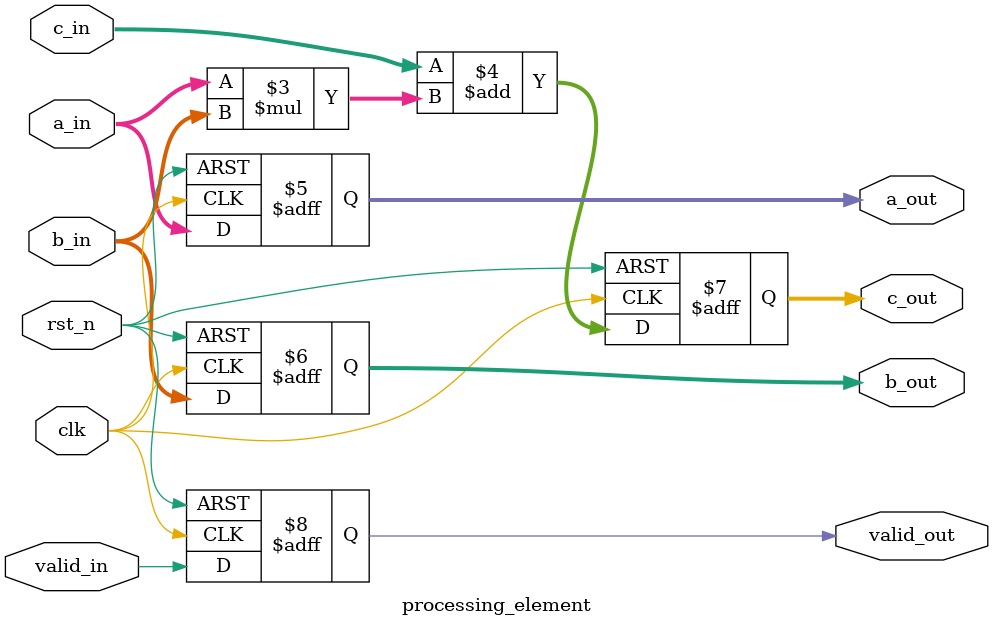
<source format=sv>
module processing_element #(
    parameter ARRAY_SIZE = 8,
    parameter DATA_WIDTH = 8
)(
    input  logic                                 clk,
    input  logic                                 rst_n,
    input  logic                                 valid_in,
    input  logic [DATA_WIDTH-1:0]               a_in,
    input  logic [DATA_WIDTH-1:0]               b_in,
    input  logic [DATA_WIDTH*2+ARRAY_SIZE-1:0]  c_in,
    output logic [DATA_WIDTH-1:0]               a_out,
    output logic [DATA_WIDTH-1:0]               b_out,
    output logic [DATA_WIDTH*2+ARRAY_SIZE-1:0]  c_out,
    output logic                                valid_out
);

    // Registered outputs
    always @(posedge clk or negedge rst_n) begin
        if (!rst_n) begin
            a_out <= '0;
            b_out <= '0;
            c_out <= '0;
            valid_out <= 1'b0;
        end else begin
            a_out <= a_in;
            b_out <= b_in;
            // MAC operation using DSP48E1
            c_out <= c_in + (a_in * b_in);
            valid_out <= valid_in;
        end
    end

endmodule
</source>
